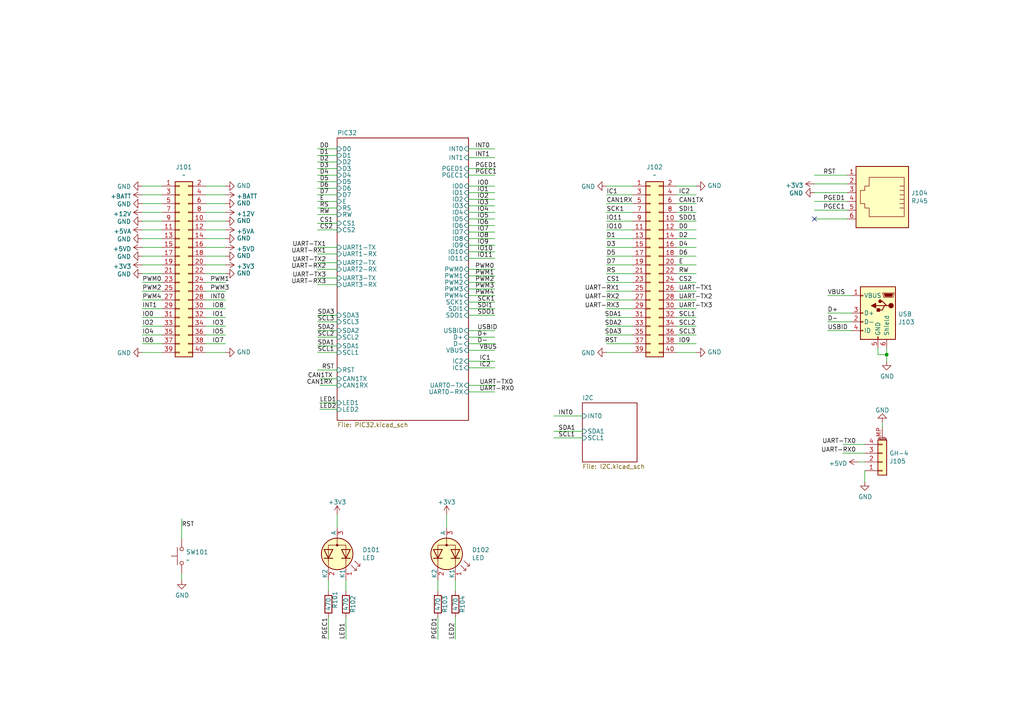
<source format=kicad_sch>
(kicad_sch (version 20211123) (generator eeschema)
  (paper "A4")
  (title_block (title "CPU CUBE") (date "2022-12-25") (rev "V2.10") (company "CUBEDEB") (comment 1 "Interface"))
  (lib_symbols
    (symbol "Connector:RJ12" (pin_names (offset 1.016))
      (property "Reference" "J" (at -5.08 11.43 0))
      (property "Value" "RJ12" (at 2.54 11.43 0))
      (symbol "RJ12_0_1"
        (polyline (pts (xy -6.35 -1.905) (xy -5.08 -1.905) (xy -5.08 -1.905)))
        (polyline (pts (xy -6.35 -0.635) (xy -5.08 -0.635) (xy -5.08 -0.635)))
        (polyline (pts (xy -6.35 0.635) (xy -5.08 0.635) (xy -5.08 0.635)))
        (polyline (pts (xy -6.35 1.905) (xy -5.08 1.905) (xy -5.08 1.905)))
        (polyline (pts (xy -6.35 3.175) (xy -5.08 3.175) (xy -5.08 3.175)))
        (polyline (pts (xy -5.08 4.445) (xy -6.35 4.445) (xy -6.35 4.445)))
        (polyline (pts (xy -6.35 -4.445) (xy -6.35 6.985) (xy 3.81 6.985) (xy 3.81 4.445) (xy 5.08 4.445) (xy 5.08 3.175) (xy 6.35 3.175) (xy 6.35 -0.635) (xy 5.08 -0.635) (xy 5.08 -1.905) (xy 3.81 -1.905) (xy 3.81 -4.445) (xy -6.35 -4.445) (xy -6.35 -4.445)))
        (rectangle (start 7.62 10.16) (end -7.62 -7.62) (stroke (width 0.254)) (fill (type background)))
      )
      (symbol "RJ12_1_1"
        (pin passive line (at 10.16 -5.08 180) (length 2.54) (name "~") (number "1"))
        (pin passive line (at 10.16 -2.54 180) (length 2.54) (name "~") (number "2"))
        (pin passive line (at 10.16 0 180) (length 2.54) (name "~") (number "3"))
        (pin passive line (at 10.16 2.54 180) (length 2.54) (name "~") (number "4"))
        (pin passive line (at 10.16 5.08 180) (length 2.54) (name "~") (number "5"))
        (pin passive line (at 10.16 7.62 180) (length 2.54) (name "~") (number "6"))
      )
    )
    (symbol "Connector:USB_B_Mini" (pin_names (offset 1.016))
      (property "Reference" "J" (at -5.08 11.43 0))
      (property "Value" "USB_B_Mini" (at -5.08 8.89 0))
      (symbol "USB_B_Mini_0_1"
        (rectangle (start -5.08 -7.62) (end 5.08 7.62) (stroke (width 0.254)) (fill (type background)))
        (circle (center -3.81 2.159) (radius 0.635) (stroke (width 0.254)) (fill (type outline)))
        (circle (center -0.635 3.429) (radius 0.381) (stroke (width 0.254)) (fill (type outline)))
        (rectangle (start -0.127 -7.62) (end 0.127 -6.858))
        (polyline (pts (xy -1.905 2.159) (xy 0.635 2.159)) (stroke (width 0.254)))
        (polyline (pts (xy -3.175 2.159) (xy -2.54 2.159) (xy -1.27 3.429) (xy -0.635 3.429)) (stroke (width 0.254)))
        (polyline (pts (xy -2.54 2.159) (xy -1.905 2.159) (xy -1.27 0.889) (xy 0 0.889)) (stroke (width 0.254)))
        (polyline (pts (xy 0.635 2.794) (xy 0.635 1.524) (xy 1.905 2.159) (xy 0.635 2.794)) (stroke (width 0.254)) (fill (type outline)))
        (polyline (pts (xy -4.318 5.588) (xy -1.778 5.588) (xy -2.032 4.826) (xy -4.064 4.826) (xy -4.318 5.588)) (fill (type outline)))
        (polyline (pts (xy -4.699 5.842) (xy -4.699 5.588) (xy -4.445 4.826) (xy -4.445 4.572) (xy -1.651 4.572) (xy -1.651 4.826) (xy -1.397 5.588) (xy -1.397 5.842) (xy -4.699 5.842)))
        (rectangle (start 0.254 1.27) (end -0.508 0.508) (stroke (width 0.254)) (fill (type outline)))
        (rectangle (start 5.08 -5.207) (end 4.318 -4.953))
        (rectangle (start 5.08 -2.667) (end 4.318 -2.413))
        (rectangle (start 5.08 -0.127) (end 4.318 0.127))
        (rectangle (start 5.08 4.953) (end 4.318 5.207))
      )
      (symbol "USB_B_Mini_1_1"
        (pin power_out line (at 7.62 5.08 180) (length 2.54) (name "VBUS") (number "1"))
        (pin bidirectional line (at 7.62 -2.54 180) (length 2.54) (name "D-") (number "2"))
        (pin bidirectional line (at 7.62 0 180) (length 2.54) (name "D+") (number "3"))
        (pin passive line (at 7.62 -5.08 180) (length 2.54) (name "ID") (number "4"))
        (pin power_out line (at 0 -10.16 90) (length 2.54) (name "GND") (number "5"))
        (pin passive line (at -2.54 -10.16 90) (length 2.54) (name "Shield") (number "6"))
      )
    )
    (symbol "Connector_Generic:Conn_02x20_Odd_Even" (pin_names (offset 1.016) hide)
      (property "Reference" "J" (at 1.27 25.4 0))
      (property "Value" "Conn_02x20_Odd_Even" (at 1.27 -27.94 0))
      (symbol "Conn_02x20_Odd_Even_1_1"
        (rectangle (start -1.27 -25.273) (end 0 -25.527) (stroke (width 0.1524)))
        (rectangle (start -1.27 -22.733) (end 0 -22.987) (stroke (width 0.1524)))
        (rectangle (start -1.27 -20.193) (end 0 -20.447) (stroke (width 0.1524)))
        (rectangle (start -1.27 -17.653) (end 0 -17.907) (stroke (width 0.1524)))
        (rectangle (start -1.27 -15.113) (end 0 -15.367) (stroke (width 0.1524)))
        (rectangle (start -1.27 -12.573) (end 0 -12.827) (stroke (width 0.1524)))
        (rectangle (start -1.27 -10.033) (end 0 -10.287) (stroke (width 0.1524)))
        (rectangle (start -1.27 -7.493) (end 0 -7.747) (stroke (width 0.1524)))
        (rectangle (start -1.27 -4.953) (end 0 -5.207) (stroke (width 0.1524)))
        (rectangle (start -1.27 -2.413) (end 0 -2.667) (stroke (width 0.1524)))
        (rectangle (start -1.27 0.127) (end 0 -0.127) (stroke (width 0.1524)))
        (rectangle (start -1.27 2.667) (end 0 2.413) (stroke (width 0.1524)))
        (rectangle (start -1.27 5.207) (end 0 4.953) (stroke (width 0.1524)))
        (rectangle (start -1.27 7.747) (end 0 7.493) (stroke (width 0.1524)))
        (rectangle (start -1.27 10.287) (end 0 10.033) (stroke (width 0.1524)))
        (rectangle (start -1.27 12.827) (end 0 12.573) (stroke (width 0.1524)))
        (rectangle (start -1.27 15.367) (end 0 15.113) (stroke (width 0.1524)))
        (rectangle (start -1.27 17.907) (end 0 17.653) (stroke (width 0.1524)))
        (rectangle (start -1.27 20.447) (end 0 20.193) (stroke (width 0.1524)))
        (rectangle (start -1.27 22.987) (end 0 22.733) (stroke (width 0.1524)))
        (rectangle (start -1.27 24.13) (end 3.81 -26.67) (stroke (width 0.254)) (fill (type background)))
        (rectangle (start 3.81 -25.273) (end 2.54 -25.527) (stroke (width 0.1524)))
        (rectangle (start 3.81 -22.733) (end 2.54 -22.987) (stroke (width 0.1524)))
        (rectangle (start 3.81 -20.193) (end 2.54 -20.447) (stroke (width 0.1524)))
        (rectangle (start 3.81 -17.653) (end 2.54 -17.907) (stroke (width 0.1524)))
        (rectangle (start 3.81 -15.113) (end 2.54 -15.367) (stroke (width 0.1524)))
        (rectangle (start 3.81 -12.573) (end 2.54 -12.827) (stroke (width 0.1524)))
        (rectangle (start 3.81 -10.033) (end 2.54 -10.287) (stroke (width 0.1524)))
        (rectangle (start 3.81 -7.493) (end 2.54 -7.747) (stroke (width 0.1524)))
        (rectangle (start 3.81 -4.953) (end 2.54 -5.207) (stroke (width 0.1524)))
        (rectangle (start 3.81 -2.413) (end 2.54 -2.667) (stroke (width 0.1524)))
        (rectangle (start 3.81 0.127) (end 2.54 -0.127) (stroke (width 0.1524)))
        (rectangle (start 3.81 2.667) (end 2.54 2.413) (stroke (width 0.1524)))
        (rectangle (start 3.81 5.207) (end 2.54 4.953) (stroke (width 0.1524)))
        (rectangle (start 3.81 7.747) (end 2.54 7.493) (stroke (width 0.1524)))
        (rectangle (start 3.81 10.287) (end 2.54 10.033) (stroke (width 0.1524)))
        (rectangle (start 3.81 12.827) (end 2.54 12.573) (stroke (width 0.1524)))
        (rectangle (start 3.81 15.367) (end 2.54 15.113) (stroke (width 0.1524)))
        (rectangle (start 3.81 17.907) (end 2.54 17.653) (stroke (width 0.1524)))
        (rectangle (start 3.81 20.447) (end 2.54 20.193) (stroke (width 0.1524)))
        (rectangle (start 3.81 22.987) (end 2.54 22.733) (stroke (width 0.1524)))
        (pin passive line (at -5.08 22.86 0) (length 3.81) (name "Pin_1") (number "1"))
        (pin passive line (at 7.62 12.7 180) (length 3.81) (name "Pin_10") (number "10"))
        (pin passive line (at -5.08 10.16 0) (length 3.81) (name "Pin_11") (number "11"))
        (pin passive line (at 7.62 10.16 180) (length 3.81) (name "Pin_12") (number "12"))
        (pin passive line (at -5.08 7.62 0) (length 3.81) (name "Pin_13") (number "13"))
        (pin passive line (at 7.62 7.62 180) (length 3.81) (name "Pin_14") (number "14"))
        (pin passive line (at -5.08 5.08 0) (length 3.81) (name "Pin_15") (number "15"))
        (pin passive line (at 7.62 5.08 180) (length 3.81) (name "Pin_16") (number "16"))
        (pin passive line (at -5.08 2.54 0) (length 3.81) (name "Pin_17") (number "17"))
        (pin passive line (at 7.62 2.54 180) (length 3.81) (name "Pin_18") (number "18"))
        (pin passive line (at -5.08 0 0) (length 3.81) (name "Pin_19") (number "19"))
        (pin passive line (at 7.62 22.86 180) (length 3.81) (name "Pin_2") (number "2"))
        (pin passive line (at 7.62 0 180) (length 3.81) (name "Pin_20") (number "20"))
        (pin passive line (at -5.08 -2.54 0) (length 3.81) (name "Pin_21") (number "21"))
        (pin passive line (at 7.62 -2.54 180) (length 3.81) (name "Pin_22") (number "22"))
        (pin passive line (at -5.08 -5.08 0) (length 3.81) (name "Pin_23") (number "23"))
        (pin passive line (at 7.62 -5.08 180) (length 3.81) (name "Pin_24") (number "24"))
        (pin passive line (at -5.08 -7.62 0) (length 3.81) (name "Pin_25") (number "25"))
        (pin passive line (at 7.62 -7.62 180) (length 3.81) (name "Pin_26") (number "26"))
        (pin passive line (at -5.08 -10.16 0) (length 3.81) (name "Pin_27") (number "27"))
        (pin passive line (at 7.62 -10.16 180) (length 3.81) (name "Pin_28") (number "28"))
        (pin passive line (at -5.08 -12.7 0) (length 3.81) (name "Pin_29") (number "29"))
        (pin passive line (at -5.08 20.32 0) (length 3.81) (name "Pin_3") (number "3"))
        (pin passive line (at 7.62 -12.7 180) (length 3.81) (name "Pin_30") (number "30"))
        (pin passive line (at -5.08 -15.24 0) (length 3.81) (name "Pin_31") (number "31"))
        (pin passive line (at 7.62 -15.24 180) (length 3.81) (name "Pin_32") (number "32"))
        (pin passive line (at -5.08 -17.78 0) (length 3.81) (name "Pin_33") (number "33"))
        (pin passive line (at 7.62 -17.78 180) (length 3.81) (name "Pin_34") (number "34"))
        (pin passive line (at -5.08 -20.32 0) (length 3.81) (name "Pin_35") (number "35"))
        (pin passive line (at 7.62 -20.32 180) (length 3.81) (name "Pin_36") (number "36"))
        (pin passive line (at -5.08 -22.86 0) (length 3.81) (name "Pin_37") (number "37"))
        (pin passive line (at 7.62 -22.86 180) (length 3.81) (name "Pin_38") (number "38"))
        (pin passive line (at -5.08 -25.4 0) (length 3.81) (name "Pin_39") (number "39"))
        (pin passive line (at 7.62 20.32 180) (length 3.81) (name "Pin_4") (number "4"))
        (pin passive line (at 7.62 -25.4 180) (length 3.81) (name "Pin_40") (number "40"))
        (pin passive line (at -5.08 17.78 0) (length 3.81) (name "Pin_5") (number "5"))
        (pin passive line (at 7.62 17.78 180) (length 3.81) (name "Pin_6") (number "6"))
        (pin passive line (at -5.08 15.24 0) (length 3.81) (name "Pin_7") (number "7"))
        (pin passive line (at 7.62 15.24 180) (length 3.81) (name "Pin_8") (number "8"))
        (pin passive line (at -5.08 12.7 0) (length 3.81) (name "Pin_9") (number "9"))
      )
    )
    (symbol "Connector_Generic_MountingPin:Conn_01x04_MountingPin" (pin_names (offset 1.016) hide)
      (property "Reference" "J" (at 0 5.08 0))
      (property "Value" "Conn_01x04_MountingPin" (at 1.27 -7.62 0))
      (symbol "Conn_01x04_MountingPin_1_1"
        (rectangle (start -1.27 -4.953) (end 0 -5.207) (stroke (width 0.1524)))
        (rectangle (start -1.27 -2.413) (end 0 -2.667) (stroke (width 0.1524)))
        (rectangle (start -1.27 0.127) (end 0 -0.127) (stroke (width 0.1524)))
        (rectangle (start -1.27 2.667) (end 0 2.413) (stroke (width 0.1524)))
        (rectangle (start -1.27 3.81) (end 1.27 -6.35) (stroke (width 0.254)) (fill (type background)))
        (polyline (pts (xy -1.016 -7.112) (xy 1.016 -7.112)) (stroke (width 0.1524)))
        (text "Mounting" (at 0 -6.731 0) (effects (font (size 0.381 0.381))))
        (pin passive line (at -5.08 2.54 0) (length 3.81) (name "Pin_1") (number "1"))
        (pin passive line (at -5.08 0 0) (length 3.81) (name "Pin_2") (number "2"))
        (pin passive line (at -5.08 -2.54 0) (length 3.81) (name "Pin_3") (number "3"))
        (pin passive line (at -5.08 -5.08 0) (length 3.81) (name "Pin_4") (number "4"))
        (pin passive line (at 0 -10.16 90) (length 3.048) (name "MountPin") (number "MP"))
      )
    )
    (symbol "Device:LED_Dual_KKA" (pin_names (offset 0))
      (property "Reference" "D" (at 0 5.715 0))
      (property "Value" "LED_Dual_KKA" (at 0 -6.35 0))
      (symbol "LED_Dual_KKA_0_1"
        (circle (center -2.54 0) (radius 0.2794) (fill (type outline)))
        (polyline (pts (xy -4.572 0) (xy -2.54 0)))
        (polyline (pts (xy 1.27 -1.27) (xy 1.27 -3.81)) (stroke (width 0.254)))
        (polyline (pts (xy 1.27 3.81) (xy 1.27 1.27)) (stroke (width 0.254)))
        (polyline (pts (xy 3.81 -2.54) (xy 1.905 -2.54)))
        (polyline (pts (xy 3.81 2.54) (xy 1.905 2.54)))
        (polyline (pts (xy -1.27 -1.27) (xy -1.27 -3.81) (xy 1.27 -2.54) (xy -1.27 -1.27)) (stroke (width 0.254)))
        (polyline (pts (xy -1.27 3.81) (xy -1.27 1.27) (xy 1.27 2.54) (xy -1.27 3.81)) (stroke (width 0.254)))
        (polyline (pts (xy 2.032 2.54) (xy -2.54 2.54) (xy -2.54 -2.54) (xy 2.032 -2.54)))
        (polyline (pts (xy 2.032 5.08) (xy 3.556 6.604) (xy 2.794 6.604) (xy 3.556 6.604) (xy 3.556 5.842)))
        (polyline (pts (xy 3.302 4.064) (xy 4.826 5.588) (xy 4.064 5.588) (xy 4.826 5.588) (xy 4.826 4.826)))
        (circle (center 0 0) (radius 4.572) (stroke (width 0.254)) (fill (type background)))
      )
      (symbol "LED_Dual_KKA_1_1"
        (pin input line (at 7.62 2.54 180) (length 3.81) (name "K1") (number "1"))
        (pin input line (at 7.62 -2.54 180) (length 3.81) (name "K2") (number "2"))
        (pin input line (at -7.62 0 0) (length 3.048) (name "A") (number "3"))
      )
    )
    (symbol "Device:R" (pin_numbers hide) (pin_names (offset 0))
      (property "Reference" "R" (at 2.032 0 90))
      (property "Value" "R" (at 0 0 90))
      (symbol "R_0_1"
        (rectangle (start -1.016 -2.54) (end 1.016 2.54) (stroke (width 0.254)))
      )
      (symbol "R_1_1"
        (pin passive line (at 0 3.81 270) (length 1.27) (name "~") (number "1"))
        (pin passive line (at 0 -3.81 90) (length 1.27) (name "~") (number "2"))
      )
    )
    (symbol "Switch:SW_Push" (pin_numbers hide) (pin_names (offset 1.016) hide)
      (property "Reference" "SW" (at 1.27 2.54 0))
      (property "Value" "SW_Push" (at 0 -1.524 0))
      (symbol "SW_Push_0_1"
        (circle (center -2.032 0) (radius 0.508))
        (polyline (pts (xy 0 1.27) (xy 0 3.048)))
        (polyline (pts (xy 2.54 1.27) (xy -2.54 1.27)))
        (circle (center 2.032 0) (radius 0.508))
        (pin passive line (at -5.08 0 0) (length 2.54) (name "1") (number "1"))
        (pin passive line (at 5.08 0 180) (length 2.54) (name "2") (number "2"))
      )
    )
    (symbol "power:+12V" (power) (pin_names (offset 0))
      (property "Value" "+12V" (at 0 3.556 0))
      (symbol "+12V_0_1"
        (polyline (pts (xy -0.762 1.27) (xy 0 2.54)))
        (polyline (pts (xy 0 0) (xy 0 2.54)))
        (polyline (pts (xy 0 2.54) (xy 0.762 1.27)))
      )
      (symbol "+12V_1_1"
        (pin power_in line (at 0 0 90) (length 0) hide (name "+12V") (number "1"))
      )
    )
    (symbol "power:+3.3V" (power) (pin_names (offset 0))
      (property "Value" "+3.3V" (at 0 3.556 0))
      (symbol "+3.3V_0_1"
        (polyline (pts (xy -0.762 1.27) (xy 0 2.54)))
        (polyline (pts (xy 0 0) (xy 0 2.54)))
        (polyline (pts (xy 0 2.54) (xy 0.762 1.27)))
      )
      (symbol "+3.3V_1_1"
        (pin power_in line (at 0 0 90) (length 0) hide (name "+3V3") (number "1"))
      )
    )
    (symbol "power:+5VA" (power) (pin_names (offset 0))
      (property "Value" "+5VA" (at 0 3.556 0))
      (symbol "+5VA_0_1"
        (polyline (pts (xy -0.762 1.27) (xy 0 2.54)))
        (polyline (pts (xy 0 0) (xy 0 2.54)))
        (polyline (pts (xy 0 2.54) (xy 0.762 1.27)))
      )
      (symbol "+5VA_1_1"
        (pin power_in line (at 0 0 90) (length 0) hide (name "+5VA") (number "1"))
      )
    )
    (symbol "power:+5VD" (power) (pin_names (offset 0))
      (property "Value" "+5VD" (at 0 3.556 0))
      (symbol "+5VD_0_1"
        (polyline (pts (xy -0.762 1.27) (xy 0 2.54)))
        (polyline (pts (xy 0 0) (xy 0 2.54)))
        (polyline (pts (xy 0 2.54) (xy 0.762 1.27)))
      )
      (symbol "+5VD_1_1"
        (pin power_in line (at 0 0 90) (length 0) hide (name "+5VD") (number "1"))
      )
    )
    (symbol "power:+BATT" (power) (pin_names (offset 0))
      (property "Value" "+BATT" (at 0 3.556 0))
      (symbol "+BATT_0_1"
        (polyline (pts (xy -0.762 1.27) (xy 0 2.54)))
        (polyline (pts (xy 0 0) (xy 0 2.54)))
        (polyline (pts (xy 0 2.54) (xy 0.762 1.27)))
      )
      (symbol "+BATT_1_1"
        (pin power_in line (at 0 0 90) (length 0) hide (name "+BATT") (number "1"))
      )
    )
    (symbol "power:GND" (power) (pin_names (offset 0))
      (property "Value" "GND" (at 0 -3.81 0))
      (symbol "GND_0_1"
        (polyline (pts (xy 0 0) (xy 0 -1.27) (xy 1.27 -1.27) (xy 0 -2.54) (xy -1.27 -1.27) (xy 0 -1.27)))
      )
      (symbol "GND_1_1"
        (pin power_in line (at 0 0 270) (length 0) hide (name "GND") (number "1"))
      )
    )
  )
  (junction (at 257.175 102.87))
  (no_connect (at 236.22 63.5))
  (wire (pts (xy 135.89 78.105) (xy 143.51 78.105)))
  (wire (pts (xy 201.93 92.075) (xy 196.215 92.075)))
  (wire (pts (xy 92.075 56.515) (xy 97.79 56.515)))
  (wire (pts (xy 46.99 53.975) (xy 41.275 53.975)))
  (wire (pts (xy 183.515 71.755) (xy 175.895 71.755)))
  (wire (pts (xy 143.51 99.695) (xy 135.89 99.695)))
  (wire (pts (xy 129.54 153.035) (xy 129.54 149.225)))
  (wire (pts (xy 135.89 71.12) (xy 143.51 71.12)))
  (wire (pts (xy 183.515 84.455) (xy 175.895 84.455)))
  (wire (pts (xy 92.075 58.42) (xy 97.79 58.42)))
  (wire (pts (xy 135.89 83.82) (xy 143.51 83.82)))
  (wire (pts (xy 247.015 95.885) (xy 240.03 95.885)))
  (wire (pts (xy 143.51 106.68) (xy 135.89 106.68)))
  (wire (pts (xy 92.075 71.755) (xy 97.79 71.755)))
  (wire (pts (xy 183.515 102.235) (xy 175.895 102.235)))
  (wire (pts (xy 183.515 99.695) (xy 175.895 99.695)))
  (wire (pts (xy 183.515 53.975) (xy 175.895 53.975)))
  (wire (pts (xy 201.93 56.515) (xy 196.215 56.515)))
  (wire (pts (xy 46.99 59.055) (xy 41.275 59.055)))
  (wire (pts (xy 201.93 81.915) (xy 196.215 81.915)))
  (wire (pts (xy 183.515 89.535) (xy 175.895 89.535)))
  (wire (pts (xy 257.175 102.87) (xy 257.175 100.965)))
  (wire (pts (xy 95.25 179.07) (xy 95.25 185.42)))
  (wire (pts (xy 92.075 82.55) (xy 97.79 82.55)))
  (wire (pts (xy 247.015 85.725) (xy 240.03 85.725)))
  (wire (pts (xy 95.25 168.275) (xy 95.25 171.45)))
  (wire (pts (xy 65.405 71.755) (xy 59.69 71.755)))
  (wire (pts (xy 46.99 84.455) (xy 41.275 84.455)))
  (wire (pts (xy 46.99 71.755) (xy 41.275 71.755)))
  (wire (pts (xy 65.405 64.135) (xy 59.69 64.135)))
  (wire (pts (xy 92.075 62.23) (xy 97.79 62.23)))
  (wire (pts (xy 183.515 97.155) (xy 175.895 97.155)))
  (wire (pts (xy 236.22 58.42) (xy 245.745 58.42)))
  (wire (pts (xy 97.79 107.315) (xy 92.075 107.315)))
  (wire (pts (xy 201.93 102.235) (xy 196.215 102.235)))
  (wire (pts (xy 257.175 102.87) (xy 257.175 104.775)))
  (wire (pts (xy 52.705 166.37) (xy 52.705 168.275)))
  (wire (pts (xy 46.99 69.215) (xy 41.275 69.215)))
  (wire (pts (xy 135.89 65.405) (xy 143.51 65.405)))
  (wire (pts (xy 143.51 43.18) (xy 135.89 43.18)))
  (wire (pts (xy 92.71 111.76) (xy 97.79 111.76)))
  (wire (pts (xy 65.405 81.915) (xy 59.69 81.915)))
  (wire (pts (xy 201.93 86.995) (xy 196.215 86.995)))
  (wire (pts (xy 65.405 69.215) (xy 59.69 69.215)))
  (wire (pts (xy 236.22 55.88) (xy 245.745 55.88)))
  (wire (pts (xy 46.99 61.595) (xy 41.275 61.595)))
  (wire (pts (xy 92.075 97.79) (xy 97.79 97.79)))
  (wire (pts (xy 135.89 69.215) (xy 143.51 69.215)))
  (wire (pts (xy 175.895 79.375) (xy 183.515 79.375)))
  (wire (pts (xy 92.075 52.705) (xy 97.79 52.705)))
  (wire (pts (xy 143.51 45.72) (xy 135.89 45.72)))
  (wire (pts (xy 92.075 46.99) (xy 97.79 46.99)))
  (wire (pts (xy 135.89 63.5) (xy 143.51 63.5)))
  (wire (pts (xy 183.515 69.215) (xy 175.895 69.215)))
  (wire (pts (xy 183.515 74.295) (xy 175.895 74.295)))
  (wire (pts (xy 143.51 101.6) (xy 135.89 101.6)))
  (wire (pts (xy 46.99 99.695) (xy 41.275 99.695)))
  (wire (pts (xy 127 168.275) (xy 127 171.45)))
  (wire (pts (xy 65.405 61.595) (xy 59.69 61.595)))
  (wire (pts (xy 65.405 99.695) (xy 59.69 99.695)))
  (wire (pts (xy 92.075 73.66) (xy 97.79 73.66)))
  (wire (pts (xy 236.22 50.8) (xy 245.745 50.8)))
  (wire (pts (xy 143.51 74.93) (xy 135.89 74.93)))
  (wire (pts (xy 46.99 64.135) (xy 41.275 64.135)))
  (wire (pts (xy 135.89 55.88) (xy 143.51 55.88)))
  (wire (pts (xy 183.515 66.675) (xy 175.895 66.675)))
  (wire (pts (xy 100.33 168.275) (xy 100.33 171.45)))
  (wire (pts (xy 236.22 53.34) (xy 245.745 53.34)))
  (wire (pts (xy 201.93 74.295) (xy 196.215 74.295)))
  (wire (pts (xy 46.99 97.155) (xy 41.275 97.155)))
  (wire (pts (xy 92.075 93.345) (xy 97.79 93.345)))
  (wire (pts (xy 247.015 93.345) (xy 240.03 93.345)))
  (wire (pts (xy 65.405 84.455) (xy 59.69 84.455)))
  (wire (pts (xy 201.93 99.695) (xy 196.215 99.695)))
  (wire (pts (xy 135.89 81.915) (xy 143.51 81.915)))
  (wire (pts (xy 183.515 92.075) (xy 175.895 92.075)))
  (wire (pts (xy 135.89 61.595) (xy 143.51 61.595)))
  (wire (pts (xy 236.22 60.96) (xy 245.745 60.96)))
  (wire (pts (xy 143.51 50.8) (xy 135.89 50.8)))
  (wire (pts (xy 183.515 56.515) (xy 175.895 56.515)))
  (wire (pts (xy 46.99 86.995) (xy 41.275 86.995)))
  (wire (pts (xy 183.515 76.835) (xy 175.895 76.835)))
  (wire (pts (xy 135.89 95.885) (xy 143.51 95.885)))
  (wire (pts (xy 201.93 84.455) (xy 196.215 84.455)))
  (wire (pts (xy 65.405 53.975) (xy 59.69 53.975)))
  (wire (pts (xy 65.405 86.995) (xy 59.69 86.995)))
  (wire (pts (xy 143.51 87.63) (xy 135.89 87.63)))
  (wire (pts (xy 65.405 56.515) (xy 59.69 56.515)))
  (wire (pts (xy 92.075 91.44) (xy 97.79 91.44)))
  (wire (pts (xy 201.93 69.215) (xy 196.215 69.215)))
  (wire (pts (xy 65.405 102.235) (xy 59.69 102.235)))
  (wire (pts (xy 201.93 59.055) (xy 196.215 59.055)))
  (wire (pts (xy 160.655 120.65) (xy 168.91 120.65)))
  (wire (pts (xy 135.89 80.01) (xy 143.51 80.01)))
  (wire (pts (xy 254.635 100.965) (xy 254.635 102.87)))
  (wire (pts (xy 135.89 59.69) (xy 143.51 59.69)))
  (wire (pts (xy 46.99 94.615) (xy 41.275 94.615)))
  (wire (pts (xy 254.635 102.87) (xy 257.175 102.87)))
  (wire (pts (xy 92.71 109.855) (xy 97.79 109.855)))
  (wire (pts (xy 255.905 122.555) (xy 255.905 123.825)))
  (wire (pts (xy 250.825 136.525) (xy 250.825 139.7)))
  (wire (pts (xy 160.655 127) (xy 168.91 127)))
  (wire (pts (xy 135.89 67.31) (xy 143.51 67.31)))
  (wire (pts (xy 250.825 131.445) (xy 244.475 131.445)))
  (wire (pts (xy 46.99 66.675) (xy 41.275 66.675)))
  (wire (pts (xy 92.075 48.895) (xy 97.79 48.895)))
  (wire (pts (xy 143.51 113.665) (xy 135.89 113.665)))
  (wire (pts (xy 201.93 94.615) (xy 196.215 94.615)))
  (wire (pts (xy 46.99 74.295) (xy 41.275 74.295)))
  (wire (pts (xy 46.99 102.235) (xy 41.275 102.235)))
  (wire (pts (xy 65.405 79.375) (xy 59.69 79.375)))
  (wire (pts (xy 201.93 89.535) (xy 196.215 89.535)))
  (wire (pts (xy 201.93 79.375) (xy 196.215 79.375)))
  (wire (pts (xy 46.99 56.515) (xy 41.275 56.515)))
  (wire (pts (xy 135.89 97.79) (xy 143.51 97.79)))
  (wire (pts (xy 135.89 85.725) (xy 143.51 85.725)))
  (wire (pts (xy 46.99 79.375) (xy 41.275 79.375)))
  (wire (pts (xy 92.71 118.745) (xy 97.79 118.745)))
  (wire (pts (xy 183.515 61.595) (xy 175.895 61.595)))
  (wire (pts (xy 236.22 63.5) (xy 245.745 63.5)))
  (wire (pts (xy 201.93 97.155) (xy 196.215 97.155)))
  (wire (pts (xy 183.515 86.995) (xy 175.895 86.995)))
  (wire (pts (xy 160.655 125.095) (xy 168.91 125.095)))
  (wire (pts (xy 183.515 81.915) (xy 175.895 81.915)))
  (wire (pts (xy 46.99 92.075) (xy 41.275 92.075)))
  (wire (pts (xy 65.405 59.055) (xy 59.69 59.055)))
  (wire (pts (xy 92.075 50.8) (xy 97.79 50.8)))
  (wire (pts (xy 201.93 76.835) (xy 196.215 76.835)))
  (wire (pts (xy 201.93 71.755) (xy 196.215 71.755)))
  (wire (pts (xy 183.515 64.135) (xy 175.895 64.135)))
  (wire (pts (xy 92.075 95.885) (xy 97.79 95.885)))
  (wire (pts (xy 183.515 59.055) (xy 175.895 59.055)))
  (wire (pts (xy 92.075 64.77) (xy 97.79 64.77)))
  (wire (pts (xy 65.405 94.615) (xy 59.69 94.615)))
  (wire (pts (xy 92.075 43.18) (xy 97.79 43.18)))
  (wire (pts (xy 135.89 111.76) (xy 143.51 111.76)))
  (wire (pts (xy 143.51 89.535) (xy 135.89 89.535)))
  (wire (pts (xy 52.705 156.21) (xy 52.705 150.495)))
  (wire (pts (xy 65.405 76.835) (xy 59.69 76.835)))
  (wire (pts (xy 143.51 73.025) (xy 135.89 73.025)))
  (wire (pts (xy 65.405 92.075) (xy 59.69 92.075)))
  (wire (pts (xy 201.93 66.675) (xy 196.215 66.675)))
  (wire (pts (xy 250.825 128.905) (xy 244.475 128.905)))
  (wire (pts (xy 201.93 53.975) (xy 196.215 53.975)))
  (wire (pts (xy 92.075 76.2) (xy 97.79 76.2)))
  (wire (pts (xy 92.075 54.61) (xy 97.79 54.61)))
  (wire (pts (xy 65.405 97.155) (xy 59.69 97.155)))
  (wire (pts (xy 201.93 61.595) (xy 196.215 61.595)))
  (wire (pts (xy 100.33 179.07) (xy 100.33 185.42)))
  (wire (pts (xy 183.515 94.615) (xy 175.895 94.615)))
  (wire (pts (xy 46.99 76.835) (xy 41.275 76.835)))
  (wire (pts (xy 65.405 89.535) (xy 59.69 89.535)))
  (wire (pts (xy 92.075 100.33) (xy 97.79 100.33)))
  (wire (pts (xy 135.89 57.785) (xy 143.51 57.785)))
  (wire (pts (xy 97.79 153.035) (xy 97.79 149.225)))
  (wire (pts (xy 143.51 91.44) (xy 135.89 91.44)))
  (wire (pts (xy 92.075 78.105) (xy 97.79 78.105)))
  (wire (pts (xy 132.08 179.07) (xy 132.08 185.42)))
  (wire (pts (xy 92.71 116.84) (xy 97.79 116.84)))
  (wire (pts (xy 201.93 64.135) (xy 196.215 64.135)))
  (wire (pts (xy 135.89 48.895) (xy 143.51 48.895)))
  (wire (pts (xy 247.015 90.805) (xy 240.03 90.805)))
  (wire (pts (xy 132.08 168.275) (xy 132.08 171.45)))
  (wire (pts (xy 65.405 74.295) (xy 59.69 74.295)))
  (wire (pts (xy 46.99 81.915) (xy 41.275 81.915)))
  (wire (pts (xy 143.51 104.775) (xy 135.89 104.775)))
  (wire (pts (xy 65.405 66.675) (xy 59.69 66.675)))
  (wire (pts (xy 92.075 80.645) (xy 97.79 80.645)))
  (wire (pts (xy 92.075 45.085) (xy 97.79 45.085)))
  (wire (pts (xy 92.075 102.235) (xy 97.79 102.235)))
  (wire (pts (xy 92.075 60.325) (xy 97.79 60.325)))
  (wire (pts (xy 135.89 53.975) (xy 143.51 53.975)))
  (wire (pts (xy 92.075 66.675) (xy 97.79 66.675)))
  (wire (pts (xy 127 179.07) (xy 127 185.42)))
  (wire (pts (xy 46.99 89.535) (xy 41.275 89.535)))
  (wire (pts (xy 250.825 133.985) (xy 248.92 133.985)))
  (label "IO3" (at 138.43 59.69 0))
  (label "IO3" (at 61.595 94.615 0))
  (label "RW" (at 196.85 79.375 0))
  (label "SCL1" (at 161.925 127 0))
  (label "IO11" (at 175.895 64.135 0))
  (label "IC2" (at 139.065 106.68 0))
  (label "IC2" (at 196.85 56.515 0))
  (label "UART-TX0" (at 248.285 128.905 180))
  (label "SDA2" (at 92.075 95.885 0))
  (label "PGED1" (at 137.795 48.895 0))
  (label "USBID" (at 138.43 95.885 0))
  (label "SCL2" (at 196.85 94.615 0))
  (label "RST" (at 93.345 107.315 0))
  (label "CS1" (at 175.895 81.915 0))
  (label "D5" (at 175.895 74.295 0))
  (label "UART-RX1" (at 94.615 73.66 180))
  (label "LED1" (at 100.33 185.42 90))
  (label "CAN1RX" (at 175.895 59.055 0))
  (label "SCL1" (at 92.075 102.235 0))
  (label "D3" (at 175.895 71.755 0))
  (label "UART-TX2" (at 196.85 86.995 0))
  (label "IO7" (at 138.43 67.31 0))
  (label "IC1" (at 175.895 56.515 0))
  (label "PGEC1" (at 95.25 185.42 90))
  (label "D1" (at 92.71 45.085 0))
  (label "D3" (at 92.71 48.895 0))
  (label "IO6" (at 138.43 65.405 0))
  (label "INT0" (at 161.925 120.65 0))
  (label "IO9" (at 138.43 71.12 0))
  (label "INT1" (at 137.795 45.72 0))
  (label "D0" (at 196.85 66.675 0))
  (label "D7" (at 175.895 76.835 0))
  (label "PWM2" (at 41.275 84.455 0))
  (label "D2" (at 92.71 46.99 0))
  (label "CAN1RX" (at 96.52 111.76 180))
  (label "D-" (at 240.03 93.345 0))
  (label "SCL3" (at 196.85 97.155 0))
  (label "VBUS" (at 139.065 101.6 0))
  (label "UART-RX0" (at 139.065 113.665 0))
  (label "IO1" (at 138.43 55.88 0))
  (label "E" (at 196.85 76.835 0))
  (label "INT0" (at 137.795 43.18 0))
  (label "VBUS" (at 240.03 85.725 0))
  (label "UART-TX0" (at 139.065 111.76 0))
  (label "SCL3" (at 92.075 93.345 0))
  (label "IO0" (at 41.275 92.075 0))
  (label "PWM3" (at 60.96 84.455 0))
  (label "INT0" (at 60.96 86.995 0))
  (label "D4" (at 196.85 71.755 0))
  (label "IO4" (at 138.43 61.595 0))
  (label "RS" (at 175.895 79.375 0))
  (label "D4" (at 92.71 50.8 0))
  (label "IO10" (at 138.43 73.025 0))
  (label "SDO1" (at 138.43 91.44 0))
  (label "IO2" (at 138.43 57.785 0))
  (label "PWM4" (at 137.795 85.725 0))
  (label "LED1" (at 92.71 116.84 0))
  (label "D+" (at 240.03 90.805 0))
  (label "CS2" (at 92.71 66.675 0))
  (label "UART-RX3" (at 94.615 82.55 180))
  (label "UART-TX3" (at 196.85 89.535 0))
  (label "D6" (at 196.85 74.295 0))
  (label "SDI1" (at 196.85 61.595 0))
  (label "UART-RX0" (at 248.285 131.445 180))
  (label "PGED1" (at 238.76 58.42 0))
  (label "SCK1" (at 138.43 87.63 0))
  (label "SDA1" (at 92.075 100.33 0))
  (label "SCK1" (at 175.895 61.595 0))
  (label "UART-RX2" (at 94.615 78.105 180))
  (label "SDA1" (at 180.34 92.075 180))
  (label "RW" (at 92.71 62.23 0))
  (label "PWM1" (at 60.96 81.915 0))
  (label "RST" (at 52.705 153.035 0))
  (label "UART-RX2" (at 179.705 86.995 180))
  (label "LED2" (at 92.71 118.745 0))
  (label "IO6" (at 41.275 99.695 0))
  (label "IO10" (at 175.895 66.675 0))
  (label "SDA3" (at 92.075 91.44 0))
  (label "CAN1TX" (at 196.85 59.055 0))
  (label "LED2" (at 132.08 185.42 90))
  (label "SCL1" (at 196.85 92.075 0))
  (label "INT1" (at 41.275 89.535 0))
  (label "SCL2" (at 92.075 97.79 0))
  (label "IO2" (at 41.275 94.615 0))
  (label "SDI1" (at 138.43 89.535 0))
  (label "D-" (at 138.43 99.695 0))
  (label "IO4" (at 41.275 97.155 0))
  (label "IO9" (at 196.85 99.695 0))
  (label "D6" (at 92.71 54.61 0))
  (label "PWM0" (at 137.795 78.105 0))
  (label "CAN1TX" (at 96.52 109.855 180))
  (label "IO11" (at 138.43 74.93 0))
  (label "UART-TX2" (at 94.615 76.2 180))
  (label "PWM2" (at 137.795 81.915 0))
  (label "IC1" (at 139.065 104.775 0))
  (label "PWM0" (at 41.275 81.915 0))
  (label "SDA1" (at 161.925 125.095 0))
  (label "PWM4" (at 41.275 86.995 0))
  (label "D5" (at 92.71 52.705 0))
  (label "PGED1" (at 127 185.42 90))
  (label "D+" (at 138.43 97.79 0))
  (label "UART-TX3" (at 94.615 80.645 180))
  (label "IO8" (at 138.43 69.215 0))
  (label "SDA3" (at 180.34 97.155 180))
  (label "IO5" (at 61.595 97.155 0))
  (label "UART-RX1" (at 179.705 84.455 180))
  (label "IO5" (at 138.43 63.5 0))
  (label "SDO1" (at 196.85 64.135 0))
  (label "IO8" (at 61.595 89.535 0))
  (label "PWM1" (at 137.795 80.01 0))
  (label "SDA2" (at 180.34 94.615 180))
  (label "RS" (at 92.71 60.325 0))
  (label "IO7" (at 61.595 99.695 0))
  (label "PGEC1" (at 137.795 50.8 0))
  (label "CS2" (at 196.85 81.915 0))
  (label "D0" (at 92.71 43.18 0))
  (label "IO1" (at 61.595 92.075 0))
  (label "RST" (at 179.07 99.695 180))
  (label "IO0" (at 138.43 53.975 0))
  (label "PGEC1" (at 238.76 60.96 0))
  (label "D7" (at 92.71 56.515 0))
  (label "UART-RX3" (at 179.705 89.535 180))
  (label "CS1" (at 92.71 64.77 0))
  (label "RST" (at 238.76 50.8 0))
  (label "UART-TX1" (at 94.615 71.755 180))
  (label "PWM3" (at 137.795 83.82 0))
  (label "UART-TX1" (at 196.85 84.455 0))
  (label "USBID" (at 240.03 95.885 0))
  (label "D2" (at 196.85 69.215 0))
  (label "D1" (at 175.895 69.215 0))
  (label "E" (at 92.71 58.42 0))
  (symbol (lib_id "Connector_Generic:Conn_02x20_Odd_Even") (at 188.595 76.835 0) (unit 1)
    (property "Reference" "J102" (at 189.865 48.4632 0))
    (property "Value" "~" (at 189.865 50.7746 0))
    (property "Footprint" "Connector_PinSocket_2.54mm:PinSocket_2x20_P2.54mm_Vertical" (effects hide))
  )
  (symbol (lib_id "Connector_Generic:Conn_02x20_Odd_Even") (at 52.07 76.835 0) (unit 1)
    (property "Reference" "J101" (at 53.34 48.4632 0))
    (property "Value" "~" (at 53.34 50.7746 0))
    (property "Footprint" "Connector_PinSocket_2.54mm:PinSocket_2x20_P2.54mm_Vertical" (effects hide))
  )
  (symbol (lib_id "power:GND") (at 65.405 53.975 90) (unit 1)
    (property "Reference" "#PWR0114" (effects hide))
    (property "Value" "~" (at 68.6562 53.848 90) (effects (justify right)))
  )
  (symbol (lib_id "power:GND") (at 65.405 59.055 90) (unit 1)
    (property "Reference" "#PWR0116" (effects hide))
    (property "Value" "~" (at 68.6562 58.928 90) (effects (justify right)))
  )
  (symbol (lib_id "power:GND") (at 65.405 64.135 90) (unit 1)
    (property "Reference" "#PWR0118" (effects hide))
    (property "Value" "~" (at 68.6562 64.008 90) (effects (justify right)))
  )
  (symbol (lib_id "power:GND") (at 65.405 69.215 90) (unit 1)
    (property "Reference" "#PWR0120" (effects hide))
    (property "Value" "~" (at 68.6562 69.088 90) (effects (justify right)))
  )
  (symbol (lib_id "power:GND") (at 65.405 74.295 90) (unit 1)
    (property "Reference" "#PWR0122" (effects hide))
    (property "Value" "~" (at 68.6562 74.168 90) (effects (justify right)))
  )
  (symbol (lib_id "power:GND") (at 41.275 74.295 270) (unit 1)
    (property "Reference" "#PWR0109" (effects hide))
    (property "Value" "~" (at 38.0238 74.422 90) (effects (justify right)))
  )
  (symbol (lib_id "power:GND") (at 41.275 69.215 270) (unit 1)
    (property "Reference" "#PWR0107" (effects hide))
    (property "Value" "~" (at 38.0238 69.342 90) (effects (justify right)))
  )
  (symbol (lib_id "power:GND") (at 41.275 64.135 270) (unit 1)
    (property "Reference" "#PWR0105" (effects hide))
    (property "Value" "~" (at 38.0238 64.262 90) (effects (justify right)))
  )
  (symbol (lib_id "power:GND") (at 41.275 59.055 270) (unit 1)
    (property "Reference" "#PWR0103" (effects hide))
    (property "Value" "~" (at 38.0238 59.182 90) (effects (justify right)))
  )
  (symbol (lib_id "power:GND") (at 41.275 53.975 270) (unit 1)
    (property "Reference" "#PWR0101" (effects hide))
    (property "Value" "~" (at 38.0238 54.102 90) (effects (justify right)))
  )
  (symbol (lib_id "power:GND") (at 41.275 102.235 270) (unit 1)
    (property "Reference" "#PWR0112" (effects hide))
    (property "Value" "~" (at 38.0238 102.362 90) (effects (justify right)))
  )
  (symbol (lib_id "power:GND") (at 65.405 102.235 90) (unit 1)
    (property "Reference" "#PWR0125" (effects hide))
    (property "Value" "~" (at 68.6562 102.108 90) (effects (justify right)))
  )
  (symbol (lib_id "Connector:USB_B_Mini") (at 254.635 90.805 0) (mirror y) (unit 1)
    (property "Reference" "J103" (at 260.477 93.4212 0) (effects (justify right)))
    (property "Value" "USB" (at 260.477 91.1098 0) (effects (justify right)))
    (property "Footprint" "Connector_USB:USB_Mini-B_Lumberg_2486_01_Horizontal" (effects hide))
  )
  (symbol (lib_id "power:GND") (at 41.275 79.375 270) (unit 1)
    (property "Reference" "#PWR0111" (effects hide))
    (property "Value" "~" (at 38.0238 79.502 90) (effects (justify right)))
  )
  (symbol (lib_id "power:GND") (at 65.405 79.375 90) (unit 1)
    (property "Reference" "#PWR0124" (effects hide))
    (property "Value" "~" (at 68.6562 79.248 90) (effects (justify right)))
  )
  (symbol (lib_id "Connector_Generic_MountingPin:Conn_01x04_MountingPin") (at 255.905 133.985 0) (mirror x) (unit 1)
    (property "Reference" "J105" (at 257.937 133.7818 0) (effects (justify left)))
    (property "Value" "GH-4" (at 257.937 131.4704 0) (effects (justify left)))
    (property "Footprint" "Connector_JST:JST_GH_SM04B-GHS-TB_1x04-1MP_P1.25mm_Horizontal" (effects hide))
  )
  (symbol (lib_id "power:GND") (at 175.895 53.975 270) (unit 1)
    (property "Reference" "#PWR0128" (effects hide))
    (property "Value" "~" (at 172.6438 54.102 90) (effects (justify right)))
  )
  (symbol (lib_id "power:GND") (at 201.93 53.975 90) (unit 1)
    (property "Reference" "#PWR0130" (effects hide))
    (property "Value" "~" (at 205.1812 53.848 90) (effects (justify right)))
  )
  (symbol (lib_id "power:GND") (at 201.93 102.235 90) (unit 1)
    (property "Reference" "#PWR0131" (effects hide))
    (property "Value" "~" (at 205.1812 102.108 90) (effects (justify right)))
  )
  (symbol (lib_id "power:GND") (at 175.895 102.235 270) (unit 1)
    (property "Reference" "#PWR0129" (effects hide))
    (property "Value" "~" (at 172.6438 102.362 90) (effects (justify right)))
  )
  (symbol (lib_id "power:GND") (at 236.22 55.88 270) (unit 1)
    (property "Reference" "#PWR0133" (effects hide))
    (property "Value" "~" (at 232.9688 56.007 90) (effects (justify right)))
  )
  (symbol (lib_id "power:GND") (at 257.175 104.775 0) (unit 1)
    (property "Reference" "#PWR0136" (effects hide))
    (property "Value" "~" (at 257.302 109.1692 0))
  )
  (symbol (lib_id "Connector:RJ12") (at 255.905 55.88 180) (unit 1)
    (property "Reference" "J104" (at 264.287 55.9816 0) (effects (justify right)))
    (property "Value" "RJ45" (at 264.287 58.293 0) (effects (justify right)))
    (property "Footprint" "Connector_RJ:RJ12_Amphenol_54601" (effects hide))
  )
  (symbol (lib_id "Switch:SW_Push") (at 52.705 161.29 90) (unit 1)
    (property "Reference" "SW101" (at 53.9242 160.1216 90) (effects (justify right)))
    (property "Value" "~" (at 53.9242 162.433 90) (effects (justify right)))
    (property "Footprint" "Button_Switch_THT:SW_Tactile_SPST_Angled_PTS645Vx83-2LFS" (effects hide))
  )
  (symbol (lib_id "power:GND") (at 250.825 139.7 0) (unit 1)
    (property "Reference" "#PWR0135" (effects hide))
    (property "Value" "~" (at 250.952 144.0942 0))
  )
  (symbol (lib_id "power:GND") (at 52.705 168.275 0) (unit 1)
    (property "Reference" "#PWR0113" (effects hide))
    (property "Value" "~" (at 52.832 172.6692 0))
  )
  (symbol (lib_id "Device:LED_Dual_KKA") (at 97.79 160.655 270) (unit 1)
    (property "Reference" "D101" (at 105.1052 159.4866 90) (effects (justify left)))
    (property "Value" "LED" (at 105.1052 161.798 90) (effects (justify left)))
    (property "Footprint" "LED_SMD:LED_LiteOn_LTST-S326" (effects hide))
  )
  (symbol (lib_id "Device:LED_Dual_KKA") (at 129.54 160.655 270) (unit 1)
    (property "Reference" "D102" (at 136.8552 159.4866 90) (effects (justify left)))
    (property "Value" "LED" (at 136.8552 161.798 90) (effects (justify left)))
    (property "Footprint" "LED_SMD:LED_LiteOn_LTST-S326" (effects hide))
  )
  (symbol (lib_id "power:+12V") (at 65.405 61.595 270) (unit 1)
    (property "Reference" "#PWR0121" (effects hide))
    (property "Value" "+12V" (at 68.58 62.0288 90) (effects (justify left)))
  )
  (symbol (lib_id "power:GND") (at 255.905 122.555 180) (unit 1)
    (property "Reference" "#PWR0139" (effects hide))
    (property "Value" "GND" (at 255.905 118.9792 0))
  )
  (symbol (lib_id "Device:R") (at 132.08 175.26 0) (unit 1)
    (property "Reference" "R104" (at 134.112 175.26 90))
    (property "Value" "470" (at 132.08 175.26 90))
    (property "Footprint" "Resistor_SMD:R_0603_1608Metric" (effects hide))
  )
  (symbol (lib_id "power:+3.3V") (at 129.54 149.225 0) (unit 1)
    (property "Reference" "#PWR0134" (effects hide))
    (property "Value" "+3.3V" (at 129.54 145.6492 0))
  )
  (symbol (lib_id "power:+BATT") (at 65.405 56.515 270) (unit 1)
    (property "Reference" "#PWR0119" (effects hide))
    (property "Value" "+BATT" (at 68.58 56.9488 90) (effects (justify left)))
  )
  (symbol (lib_id "power:+BATT") (at 41.275 56.515 90) (unit 1)
    (property "Reference" "#PWR0106" (effects hide))
    (property "Value" "+BATT" (at 38.1 56.9488 90) (effects (justify left)))
  )
  (symbol (lib_id "power:+5VA") (at 41.275 66.675 90) (unit 1)
    (property "Reference" "#PWR0110" (effects hide))
    (property "Value" "+5VA" (at 38.1 67.1088 90) (effects (justify left)))
  )
  (symbol (lib_id "Device:R") (at 95.25 175.26 0) (unit 1)
    (property "Reference" "R101" (at 97.155 176.53 90) (effects (justify left)))
    (property "Value" "470" (at 95.25 177.165 90) (effects (justify left)))
    (property "Footprint" "Resistor_SMD:R_0603_1608Metric" (effects hide))
  )
  (symbol (lib_id "power:+5VD") (at 41.275 71.755 90) (unit 1)
    (property "Reference" "#PWR0115" (effects hide))
    (property "Value" "+5VD" (at 38.1001 72.1888 90) (effects (justify left)))
  )
  (symbol (lib_id "Device:R") (at 127 175.26 0) (unit 1)
    (property "Reference" "R103" (at 129.032 175.26 90))
    (property "Value" "470" (at 127 175.26 90))
    (property "Footprint" "Resistor_SMD:R_0603_1608Metric" (effects hide))
  )
  (symbol (lib_id "power:+12V") (at 41.275 61.595 90) (unit 1)
    (property "Reference" "#PWR0108" (effects hide))
    (property "Value" "+12V" (at 38.1 62.0288 90) (effects (justify left)))
  )
  (symbol (lib_id "power:+3.3V") (at 236.22 53.34 90) (unit 1)
    (property "Reference" "#PWR0102" (effects hide))
    (property "Value" "+3.3V" (at 233.045 53.7738 90) (effects (justify left)))
  )
  (symbol (lib_id "Device:R") (at 100.33 175.26 0) (unit 1)
    (property "Reference" "R102" (at 102.362 175.26 90))
    (property "Value" "470" (at 100.33 175.26 90))
    (property "Footprint" "Resistor_SMD:R_0603_1608Metric" (effects hide))
  )
  (symbol (lib_id "power:+3.3V") (at 65.405 76.835 270) (unit 1)
    (property "Reference" "#PWR0123" (effects hide))
    (property "Value" "+3.3V" (at 68.58 77.2688 90) (effects (justify left)))
  )
  (symbol (lib_id "power:+3.3V") (at 41.275 76.835 90) (unit 1)
    (property "Reference" "#PWR0117" (effects hide))
    (property "Value" "+3.3V" (at 38.1 77.2688 90) (effects (justify left)))
  )
  (symbol (lib_id "power:+5VD") (at 65.405 71.755 270) (unit 1)
    (property "Reference" "#PWR0127" (effects hide))
    (property "Value" "+5VD" (at 68.58 72.1888 90) (effects (justify left)))
  )
  (symbol (lib_id "power:+5VA") (at 65.405 66.675 270) (unit 1)
    (property "Reference" "#PWR0126" (effects hide))
    (property "Value" "+5VA" (at 68.58 67.1088 90) (effects (justify left)))
  )
  (symbol (lib_id "power:+3.3V") (at 97.79 149.225 0) (unit 1)
    (property "Reference" "#PWR0132" (effects hide))
    (property "Value" "+3.3V" (at 97.79 145.6492 0))
  )
  (symbol (lib_id "power:+5VD") (at 248.92 133.985 90) (unit 1)
    (property "Reference" "#PWR0104" (effects hide))
    (property "Value" "+5VD" (at 245.7451 134.4188 90) (effects (justify left)))
  )
  (sheet (at 97.79 40.005) (size 38.1 81.915)
    (property "Sheet name" "PIC32" (at 97.79 39.2934 0) (effects (justify left bottom)))
    (property "Sheet file" "PIC32.kicad_sch" (at 97.79 122.5046 0) (effects (justify left top)))
    (pin "INT0" input (at 135.89 43.18 0))
    (pin "INT1" input (at 135.89 45.72 0))
    (pin "PWM0" input (at 135.89 78.105 0))
    (pin "PWM1" input (at 135.89 80.01 0))
    (pin "PWM2" input (at 135.89 81.915 0))
    (pin "PWM3" input (at 135.89 83.82 0))
    (pin "RST" input (at 97.79 107.315 180))
    (pin "SCL1" input (at 97.79 102.235 180))
    (pin "SDA1" input (at 97.79 100.33 180))
    (pin "UART2-TX" input (at 97.79 76.2 180))
    (pin "UART2-RX" input (at 97.79 78.105 180))
    (pin "PGED1" input (at 135.89 48.895 0))
    (pin "PGEC1" input (at 135.89 50.8 0))
    (pin "USBID" input (at 135.89 95.885 0))
    (pin "VBUS" input (at 135.89 101.6 0))
    (pin "D0" input (at 97.79 43.18 180))
    (pin "D1" input (at 97.79 45.085 180))
    (pin "D2" input (at 97.79 46.99 180))
    (pin "D3" input (at 97.79 48.895 180))
    (pin "D4" input (at 97.79 50.8 180))
    (pin "D5" input (at 97.79 52.705 180))
    (pin "D6" input (at 97.79 54.61 180))
    (pin "D7" input (at 97.79 56.515 180))
    (pin "E" input (at 97.79 58.42 180))
    (pin "RS" input (at 97.79 60.325 180))
    (pin "RW" input (at 97.79 62.23 180))
    (pin "IO0" input (at 135.89 53.975 0))
    (pin "IO1" input (at 135.89 55.88 0))
    (pin "IO2" input (at 135.89 57.785 0))
    (pin "IO3" input (at 135.89 59.69 0))
    (pin "IO4" input (at 135.89 61.595 0))
    (pin "IO5" input (at 135.89 63.5 0))
    (pin "IO6" input (at 135.89 65.405 0))
    (pin "IO7" input (at 135.89 67.31 0))
    (pin "IO8" input (at 135.89 69.215 0))
    (pin "IO9" input (at 135.89 71.12 0))
    (pin "UART1-RX" input (at 97.79 73.66 180))
    (pin "UART1-TX" input (at 97.79 71.755 180))
    (pin "SCL2" input (at 97.79 97.79 180))
    (pin "SDA2" input (at 97.79 95.885 180))
    (pin "SCL3" input (at 97.79 93.345 180))
    (pin "SDA3" input (at 97.79 91.44 180))
    (pin "UART0-TX" input (at 135.89 111.76 0))
    (pin "UART0-RX" input (at 135.89 113.665 0))
    (pin "SCK1" input (at 135.89 87.63 0))
    (pin "SDI1" input (at 135.89 89.535 0))
    (pin "SDO1" input (at 135.89 91.44 0))
    (pin "CS1" input (at 97.79 64.77 180))
    (pin "CS2" input (at 97.79 66.675 180))
    (pin "UART3-TX" input (at 97.79 80.645 180))
    (pin "UART3-RX" input (at 97.79 82.55 180))
    (pin "IC2" input (at 135.89 104.775 0))
    (pin "IC1" input (at 135.89 106.68 0))
    (pin "IO10" input (at 135.89 73.025 0))
    (pin "IO11" input (at 135.89 74.93 0))
    (pin "LED1" input (at 97.79 116.84 180))
    (pin "LED2" input (at 97.79 118.745 180))
    (pin "CAN1RX" input (at 97.79 111.76 180))
    (pin "CAN1TX" input (at 97.79 109.855 180))
    (pin "D+" input (at 135.89 97.79 0))
    (pin "D-" input (at 135.89 99.695 0))
    (pin "PWM4" input (at 135.89 85.725 0))
  )
  (sheet (at 168.91 116.84) (size 15.875 17.145)
    (property "Sheet name" "I2C" (at 168.91 116.1284 0) (effects (justify left bottom)))
    (property "Sheet file" "I2C.kicad_sch" (at 168.91 134.5696 0) (effects (justify left top)))
    (pin "INT0" input (at 168.91 120.65 180))
    (pin "SCL1" input (at 168.91 127 180))
    (pin "SDA1" input (at 168.91 125.095 180))
  )
)
</source>
